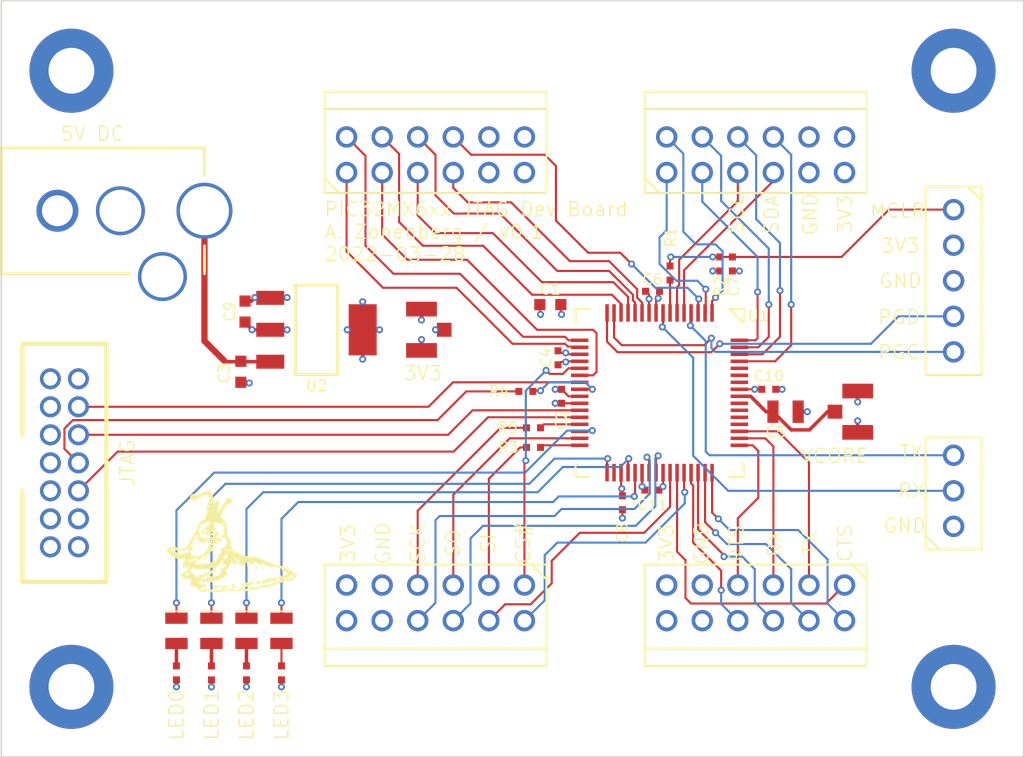
<source format=kicad_pcb>
(kicad_pcb (version 20211014) (generator pcbnew)
  (layers (0 "F.Cu" signal) (1 "In1.Cu" signal) (2 "In2.Cu" signal) (31 "B.Cu" signal) (34 "B.Paste" user) (35 "F.Paste" user) (36 "B.SilkS" user "B.Silkscreen") (37 "F.SilkS" user "F.Silkscreen") (38 "B.Mask" user) (39 "F.Mask" user) (44 "Edge.Cuts" user))
  (net 0 "")
  (net 1 "/3V3")
  (net 2 "/GND")
  (net 3 "/5V0")
  (net 4 "/VCAP")
  (net 5 "/LED0")
  (net 6 "Net-(D1-Pad2)")
  (net 7 "/LED1")
  (net 8 "Net-(D2-Pad2)")
  (net 9 "/LED2")
  (net 10 "Net-(D3-Pad2)")
  (net 11 "/LED3")
  (net 12 "Net-(D4-Pad2)")
  (net 14 "/MCLR")
  (net 15 "/PGD")
  (net 16 "/PGC")
  (net 17 "/SPI_SCK")
  (net 18 "/GPIO3")
  (net 19 "/SPI_MISO")
  (net 20 "/SPI_MOSI")
  (net 21 "/SPI_CS_N")
  (net 22 "/GPIO0")
  (net 23 "/GPIO1")
  (net 24 "/GPIO2")
  (net 25 "/I2C_SDA")
  (net 26 "/GPIO9")
  (net 27 "/I2C_SCL")
  (net 28 "/GPIO5")
  (net 29 "/GPIO4")
  (net 30 "/GPIO6")
  (net 31 "/GPIO7")
  (net 32 "/GPIO8")
  (net 33 "/PUART_RTS")
  (net 34 "/GPIO13")
  (net 35 "/PUART_RXD")
  (net 36 "/PUART_TXD")
  (net 37 "/PUART_CTS")
  (net 38 "/GPIO10")
  (net 39 "/GPIO11")
  (net 40 "/GPIO12")
  (net 42 "/JTAG_TMS")
  (net 43 "/JTAG_TCK")
  (net 44 "/JTAG_TDO")
  (net 45 "/JTAG_TDI")
  (net 49 "/GPIO17")
  (net 50 "/GPIO21")
  (net 51 "/GPIO16")
  (net 52 "/GPIO15")
  (net 53 "/GPIO14")
  (net 54 "/GPIO18")
  (net 55 "/GPIO19")
  (net 56 "/GPIO20")
  (net 57 "/UART_RX")
  (net 58 "/UART_TX")
  (net 60 "/MCLR_EXT")
  (net 62 "Net-(R3-Pad2)")
  (net 63 "Net-(R4-Pad2)")
  (net 64 "Net-(R5-Pad2)")
  (footprint "azonenberg_pcb:EIA_0402_CAP_NOSILK" (layer "F.Cu") (at 86 101.25 90)
    (fp_text reference "C2")
    (fp_text value "0.47 uF" hide)
  )
  (footprint "azonenberg_pcb:CONN_HEADER_2.54MM_2x6_RA_PMOD_HOST" (layer "F.Cu") (at 99.86 116)
    (fp_text reference "J7" hide)
    (fp_text value "PMOD_HOST" hide)
  )
  (footprint "azonenberg_pcb:CONN_U.FL_TE_1909763-1" (layer "F.Cu") (at 76.1 96.5 90)
    (fp_text reference "J9" hide)
    (fp_text value "U.FL" hide)
  )
  (footprint "azonenberg_pcb:EIA_0402_CAP_NOSILK" (layer "F.Cu") (at 100.8 100.75)
    (fp_text reference "C10")
    (fp_text value "0.47 uF" hide)
  )
  (footprint "azonenberg_pcb:EIA_0402_CAP_NOSILK" (layer "F.Cu") (at 85.75 98.5 -90)
    (fp_text reference "C4")
    (fp_text value "0.47 uF" hide)
  )
  (footprint "azonenberg_pcb:EIA_0402_RES_NOSILK" (layer "F.Cu") (at 63.5 121 90)
    (fp_text reference "R8" hide)
    (fp_text value "470" hide)
  )
  (footprint "azonenberg_pcb:EIA_0402_CAP_NOSILK" (layer "F.Cu") (at 90.35 108.85 -90)
    (fp_text reference "C8")
    (fp_text value "0.47 uF" hide)
  )
  (footprint "azonenberg_pcb:CONN_HEADER_2.54MM_2x6_RA_PMOD_HOST" (layer "F.Cu") (at 77 84 180)
    (fp_text reference "J4" hide)
    (fp_text value "PMOD_HOST" hide)
  )
  (footprint "azonenberg_pcb:MECHANICAL_CLEARANCEHOLE_4_40" (layer "F.Cu") (at 114 78)
    (fp_text reference "REF**" hide)
    (fp_text value "MECHANICAL_CLEARANCEHOLE_4_40")
  )
  (footprint "azonenberg_pcb:MECHANICAL_CLEARANCEHOLE_4_40" (layer "F.Cu") (at 51 122)
    (fp_text reference "REF**" hide)
    (fp_text value "MECHANICAL_CLEARANCEHOLE_4_40")
  )
  (footprint "azonenberg_pcb:EIA_0402_RES_NOSILK" (layer "F.Cu") (at 84 104.9)
    (fp_text reference "R3")
    (fp_text value "33" hide)
  )
  (footprint "azonenberg_pcb:EIA_0805_CAP_NOSILK" (layer "F.Cu") (at 102 102.35)
    (fp_text reference "C5")
    (fp_text value "10 uF" hide)
  )
  (footprint "azonenberg_pcb:MECHANICAL_CLEARANCEHOLE_4_40" (layer "F.Cu") (at 114 122)
    (fp_text reference "REF**" hide)
    (fp_text value "MECHANICAL_CLEARANCEHOLE_4_40")
  )
  (footprint "azonenberg_pcb:EIA_0805_LED" (layer "F.Cu") (at 66 118 -90)
    (fp_text reference "D4" hide)
    (fp_text value "GREEN" hide)
  )
  (footprint "azonenberg_pcb:CONN_U.FL_TE_1909763-1" (layer "F.Cu") (at 107.05 102.35 -90)
    (fp_text reference "J10" hide)
    (fp_text value "U.FL" hide)
  )
  (footprint "azonenberg_pcb:EIA_0402_RES_NOSILK" (layer "F.Cu") (at 66 121 90)
    (fp_text reference "R9" hide)
    (fp_text value "470" hide)
  )
  (footprint "azonenberg_pcb:EIA_0603_CAP_NOSILK" (layer "F.Cu") (at 63.4 95.2 90)
    (fp_text reference "C9")
    (fp_text value "4.7 uF" hide)
  )
  (footprint "azonenberg_pcb:EIA_0402_RES_NOSILK" (layer "F.Cu") (at 84 103.5)
    (fp_text reference "R5")
    (fp_text value "33" hide)
  )
  (footprint "azonenberg_pcb:EIA_0603_CAP_NOSILK" (layer "F.Cu") (at 85.2 94.7)
    (fp_text reference "C1")
    (fp_text value "4.7 uF" hide)
  )
  (footprint "azonenberg_pcb:EIA_0402_RES_NOSILK" (layer "F.Cu") (at 97.3 91.8 90)
    (fp_text reference "R2")
    (fp_text value "10K" hide)
  )
  (footprint "azonenberg_pcb:CONN_HEADER_2.54MM_1x5" (layer "F.Cu") (at 114 93 -90)
    (fp_text reference "J2" hide)
    (fp_text value "CONN_01X05" hide)
  )
  (footprint "azonenberg_pcb:EIA_0402_CAP_NOSILK" (layer "F.Cu") (at 92.5 93.75)
    (fp_text reference "C6")
    (fp_text value "0.47 uF" hide)
  )
  (footprint "azonenberg_pcb:XILINX_JTAG_PTH_MOLEX_0878311420" (layer "F.Cu") (at 50.5 106 -90)
    (fp_text reference "J6" hide)
    (fp_text value "XILINX_JTAG" hide)
  )
  (footprint "azonenberg_pcb:EIA_0402_RES_NOSILK" (layer "F.Cu") (at 61 121 90)
    (fp_text reference "R7" hide)
    (fp_text value "470" hide)
  )
  (footprint "azonenberg_pcb:EIA_0402_CAP_NOSILK" (layer "F.Cu") (at 92.45 107.95)
    (fp_text reference "C11")
    (fp_text value "0.47 uF" hide)
  )
  (footprint "azonenberg_pcb:EIA_0805_LED" (layer "F.Cu") (at 63.5 118 -90)
    (fp_text reference "D3" hide)
    (fp_text value "GREEN" hide)
  )
  (footprint "azonenberg_pcb:EIA_0805_LED" (layer "F.Cu") (at 61 118 -90)
    (fp_text reference "D2" hide)
    (fp_text value "GREEN" hide)
  )
  (footprint "azonenberg_pcb:QFP_64_0.5MM" (layer "F.Cu") (at 93 101 180)
    (fp_text reference "U1")
    (fp_text value "PIC32MX6xxFxxxH" hide)
  )
  (footprint "azonenberg_pcb:EIA_0603_CAP_NOSILK" (layer "F.Cu") (at 63.1 99.5 -90)
    (fp_text reference "C3")
    (fp_text value "4.7 uF" hide)
  )
  (footprint "azonenberg_pcb:CONN_CUI_PJ-058BH_HIPWR_BARREL_NOSLOT" (layer "F.Cu") (at 54 88)
    (fp_text reference "J1" hide)
    (fp_text value "BARREL_JACK" hide)
  )
  (footprint "azonenberg_pcb:CONN_HEADER_2.54MM_2x6_RA_PMOD_HOST" (layer "F.Cu") (at 77 116)
    (fp_text reference "J3" hide)
    (fp_text value "PMOD_HOST" hide)
  )
  (footprint "azonenberg_pcb:EIA_0402_CAP_NOSILK" (layer "F.Cu") (at 98.2 91.8 -90)
    (fp_text reference "C7")
    (fp_text value "0.1 uF" hide)
  )
  (footprint "azonenberg_pcb:SOT223-4" (layer "F.Cu") (at 68.5 96.5 -90)
    (fp_text reference "U2")
    (fp_text value "LDO1117-33_SOT223" hide)
  )
  (footprint "azonenberg_pcb:EIA_0402_RES_NOSILK" (layer "F.Cu") (at 93.75 92.45 90)
    (fp_text reference "R1")
    (fp_text value "470" hide)
  )
  (footprint "azonenberg_pcb:CONN_HEADER_2.54MM_2x6_RA_PMOD_HOST" (layer "F.Cu") (at 99.86 84 180)
    (fp_text reference "J5" hide)
    (fp_text value "PMOD_HOST" hide)
  )
  (footprint "azonenberg_pcb:LONGTHING-1200DPI" (layer "F.Cu") (at 63 112)
    (fp_text reference "G***" hide)
    (fp_text value "LOGO" hide)
  )
  (footprint "azonenberg_pcb:EIA_0402_RES_NOSILK" (layer "F.Cu") (at 83.45 100.9)
    (fp_text reference "R4")
    (fp_text value "33" hide)
  )
  (footprint "azonenberg_pcb:EIA_0402_RES_NOSILK" (layer "F.Cu") (at 58.5 121 90)
    (fp_text reference "R6" hide)
    (fp_text value "470" hide)
  )
  (footprint "azonenberg_pcb:MECHANICAL_CLEARANCEHOLE_4_40" (layer "F.Cu") (at 51 78)
    (fp_text reference "REF**" hide)
    (fp_text value "MECHANICAL_CLEARANCEHOLE_4_40")
  )
  (footprint "azonenberg_pcb:EIA_0805_LED" (layer "F.Cu") (at 58.5 118 -90)
    (fp_text reference "D1" hide)
    (fp_text value "GREEN" hide)
  )
  (footprint "azonenberg_pcb:CONN_HEADER_2.54MM_1x3" (layer "F.Cu") (at 114 108 90)
    (fp_text reference "J8" hide)
    (fp_text value "CONN_01X03" hide)
  )
  (gr_line (start 46 73) (end 46 127) (layer "Edge.Cuts") (width 0.1))
  (gr_line (start 46 127) (end 119 127) (layer "Edge.Cuts") (width 0.1))
  (gr_line (start 119 127) (end 119 73) (layer "Edge.Cuts") (width 0.1))
  (gr_line (start 46 73) (end 119 73) (layer "Edge.Cuts") (width 0.1))
  (gr_text "LED3" (at 66 124 90) (layer "F.SilkS") (effects (font (size 1 1) (thickness 0.1))))
  (gr_text "3V3" (at 106.25 88.25 90) (layer "F.SilkS") (effects (font (size 1 1) (thickness 0.1))))
  (gr_text "PIC32MX6xx JTAG Dev Board\nA. Zonenberg / v0.1\n2022-03-28" (at 69 89.5) (layer "F.SilkS") (effects (font (size 1 1) (thickness 0.1)) (justify left)))
  (gr_text "PGC" (at 110.1 98.1) (layer "F.SilkS") (effects (font (size 1 1) (thickness 0.1))))
  (gr_text "SCK" (at 75.75 111.75 90) (layer "F.SilkS") (effects (font (size 1 1) (thickness 0.1))))
  (gr_text "LED2" (at 63.5 124 90) (layer "F.SilkS") (effects (font (size 1 1) (thickness 0.1))))
  (gr_text "VCORE" (at 105.5 105.5) (layer "F.SilkS") (effects (font (size 1 1) (thickness 0.1))))
  (gr_text "CTS" (at 106.25 111.75 90) (layer "F.SilkS") (effects (font (size 1 1) (thickness 0.1))))
  (gr_text "GND" (at 103.75 88.25 90) (layer "F.SilkS") (effects (font (size 1 1) (thickness 0.1))))
  (gr_text "3V3" (at 93.5 111.75 90) (layer "F.SilkS") (effects (font (size 1 1) (thickness 0.1))))
  (gr_text "CS#" (at 83.25 111.75 90) (layer "F.SilkS") (effects (font (size 1 1) (thickness 0.1))))
  (gr_text "GND" (at 110.5 110.5) (layer "F.SilkS") (effects (font (size 1 1) (thickness 0.1))))
  (gr_text "SO" (at 78.25 111.75 90) (layer "F.SilkS") (effects (font (size 1 1) (thickness 0.1))))
  (gr_text "3V3" (at 76.1 99.6) (layer "F.SilkS") (effects (font (size 1 1) (thickness 0.1))))
  (gr_text "GND" (at 96 111.75 90) (layer "F.SilkS") (effects (font (size 1 1) (thickness 0.1))))
  (gr_text "LED0" (at 58.5 124 90) (layer "F.SilkS") (effects (font (size 1 1) (thickness 0.1))))
  (gr_text "TX" (at 103.75 111.75 90) (layer "F.SilkS") (effects (font (size 1 1) (thickness 0.1))))
  (gr_text "GND" (at 73.25 111.75 90) (layer "F.SilkS") (effects (font (size 1 1) (thickness 0.1))))
  (gr_text "JTAG" (at 55 106 90) (layer "F.SilkS") (effects (font (size 1 1) (thickness 0.1))))
  (gr_text "RX" (at 101.25 111.75 90) (layer "F.SilkS") (effects (font (size 1 1) (thickness 0.1))))
  (gr_text "GND" (at 110.2 93) (layer "F.SilkS") (effects (font (size 1 1) (thickness 0.1))))
  (gr_text "LED1" (at 61 124 90) (layer "F.SilkS") (effects (font (size 1 1) (thickness 0.1))))
  (gr_text "SI" (at 80.75 111.75 90) (layer "F.SilkS") (effects (font (size 1 1) (thickness 0.1))))
  (gr_text "RX" (at 111 108) (layer "F.SilkS") (effects (font (size 1 1) (thickness 0.1))))
  (gr_text "TX" (at 111 105.25) (layer "F.SilkS") (effects (font (size 1 1) (thickness 0.1))))
  (gr_text "MCLR" (at 110 88) (layer "F.SilkS") (effects (font (size 1 1) (thickness 0.1))))
  (gr_text "5V DC" (at 52.5 82.5) (layer "F.SilkS") (effects (font (size 1 1) (thickness 0.1))))
  (gr_text "SDA" (at 101 88.25 90) (layer "F.SilkS") (effects (font (size 1 1) (thickness 0.1))))
  (gr_text "PGD" (at 110.1 95.6) (layer "F.SilkS") (effects (font (size 1 1) (thickness 0.1))))
  (gr_text "3V3" (at 70.75 111.75 90) (layer "F.SilkS") (effects (font (size 1 1) (thickness 0.1))))
  (gr_text "RTS" (at 98.5 111.75 90) (layer "F.SilkS") (effects (font (size 1 1) (thickness 0.1))))
  (gr_text "3V3" (at 110.2 90.5) (layer "F.SilkS") (effects (font (size 1 1) (thickness 0.1))))
  (gr_text "SCL" (at 98.5 88.25 90) (layer "F.SilkS") (effects (font (size 1 1) (thickness 0.1))))
  (segment (start 63.4 95.95) (end 63.4 96) (width 0.25) (layer "F.Cu") (net 1))
  (segment (start 91.75 106.7) (end 91.75 107.7) (width 0.15) (layer "F.Cu") (net 1))
  (segment (start 92.25 94.3) (end 92.25 94) (width 0.15) (layer "F.Cu") (net 1))
  (segment (start 91.75 107.7) (end 91.75 107.75) (width 0.15) (layer "F.Cu") (net 1))
  (segment (start 85.9 98.15) (end 85.75 98) (width 0.15) (layer "F.Cu") (net 1))
  (segment (start 87.3 101.75) (end 85.55 101.75) (width 0.15) (layer "F.Cu") (net 1))
  (segment (start 98.7 100.75) (end 99.8 100.75) (width 0.15) (layer "F.Cu") (net 1))
  (segment (start 70.7 96.5) (end 71.8 96.5) (width 0.25) (layer "F.Cu") (net 1))
  (segment (start 90.25 107.8) (end 90.3 107.85) (width 0.15) (layer "F.Cu") (net 1))
  (segment (start 86.4 98.25) (end 86.3 98.15) (width 0.15) (layer "F.Cu") (net 1))
  (segment (start 61 122) (end 61 121.5) (width 0.25) (layer "F.Cu") (net 1))
  (segment (start 77.625 96.5) (end 77 96.5) (width 0.25) (layer "F.Cu") (net 1))
  (segment (start 71.8 96.5) (end 73 96.5) (width 0.25) (layer "F.Cu") (net 1))
  (segment (start 90.25 106.7) (end 90.25 107.8) (width 0.15) (layer "F.Cu") (net 1))
  (segment (start 90.35 107.9) (end 90.3 107.85) (width 0.15) (layer "F.Cu") (net 1))
  (segment (start 58.5 122) (end 58.5 121.5) (width 0.25) (layer "F.Cu") (net 1))
  (segment (start 71.8 96.5) (end 71.8 98.6) (width 0.25) (layer "F.Cu") (net 1))
  (segment (start 66 121.5) (end 66 122) (width 0.25) (layer "F.Cu") (net 1))
  (segment (start 84.45 95.35) (end 84.5 95.4) (width 0.15) (layer "F.Cu") (net 1))
  (segment (start 71.8 94.5) (end 71.8 96.5) (width 0.25) (layer "F.Cu") (net 1))
  (segment (start 87.3 98.25) (end 86.4 98.25) (width 0.15) (layer "F.Cu") (net 1))
  (segment (start 87.3 101.75) (end 86 101.75) (width 0.15) (layer "F.Cu") (net 1))
  (segment (start 63.5 122) (end 63.5 121.5) (width 0.25) (layer "F.Cu") (net 1))
  (segment (start 63.9 96.5) (end 65.2 96.5) (width 0.25) (layer "F.Cu") (net 1))
  (segment (start 86.3 98.15) (end 85.9 98.15) (width 0.15) (layer "F.Cu") (net 1))
  (segment (start 84.45 94.7) (end 84.45 95.35) (width 0.15) (layer "F.Cu") (net 1))
  (segment (start 91.75 107.75) (end 91.95 107.95) (width 0.15) (layer "F.Cu") (net 1))
  (segment (start 100.3 100.75) (end 99.8 100.75) (width 0.15) (layer "F.Cu") (net 1))
  (segment (start 65.2 96.5) (end 66.4 96.5) (width 0.25) (layer "F.Cu") (net 1))
  (segment (start 90.35 108.35) (end 90.35 107.9) (width 0.15) (layer "F.Cu") (net 1))
  (segment (start 92.25 94) (end 92 93.75) (width 0.15) (layer "F.Cu") (net 1))
  (segment (start 92.25 95.3) (end 92.25 94.3) (width 0.15) (layer "F.Cu") (net 1))
  (segment (start 97.3 92.3) (end 96.8 92.3) (width 0.15) (layer "F.Cu") (net 1))
  (segment (start 63.4 96) (end 63.9 96.5) (width 0.25) (layer "F.Cu") (net 1))
  (via (at 73 96.5) (size 0.5) (drill 0.25) (layers "F.Cu" "B.Cu") (net 1))
  (via (at 63.9 96.5) (size 0.5) (drill 0.25) (layers "F.Cu" "B.Cu") (net 1))
  (via (at 96.8 92.3) (size 0.5) (drill 0.25) (layers "F.Cu" "B.Cu") (net 1))
  (via (at 85.55 101.75) (size 0.5) (drill 0.25) (layers "F.Cu" "B.Cu") (net 1))
  (via (at 99.8 100.75) (size 0.5) (drill 0.25) (layers "F.Cu" "B.Cu") (net 1))
  (via (at 66 122) (size 0.5) (drill 0.25) (layers "F.Cu" "B.Cu") (net 1))
  (via (at 71.8 94.5) (size 0.5) (drill 0.25) (layers "F.Cu" "B.Cu") (net 1))
  (via (at 61 122) (size 0.5) (drill 0.25) (layers "F.Cu" "B.Cu") (net 1))
  (via (at 91.75 107.7) (size 0.5) (drill 0.25) (layers "F.Cu" "B.Cu") (net 1))
  (via (at 90.3 107.85) (size 0.5) (drill 0.25) (layers "F.Cu" "B.Cu") (net 1))
  (via (at 77 96.5) (size 0.5) (drill 0.25) (layers "F.Cu" "B.Cu") (net 1))
  (via (at 70.7 96.5) (size 0.5) (drill 0.25) (layers "F.Cu" "B.Cu") (net 1))
  (via (at 66.4 96.5) (size 0.5) (drill 0.25) (layers "F.Cu" "B.Cu") (net 1))
  (via (at 71.8 98.6) (size 0.5) (drill 0.25) (layers "F.Cu" "B.Cu") (net 1))
  (via (at 92.25 94.3) (size 0.5) (drill 0.25) (layers "F.Cu" "B.Cu") (net 1))
  (via (at 84.5 95.4) (size 0.5) (drill 0.25) (layers "F.Cu" "B.Cu") (net 1))
  (via (at 63.5 122) (size 0.5) (drill 0.25) (layers "F.Cu" "B.Cu") (net 1))
  (via (at 86.3 98.15) (size 0.5) (drill 0.25) (layers "F.Cu" "B.Cu") (net 1))
  (via (at 58.5 122) (size 0.5) (drill 0.25) (layers "F.Cu" "B.Cu") (net 1))
  (segment (start 107.15 103) (end 107.15 103.825) (width 0.25) (layer "F.Cu") (net 2))
  (segment (start 66.4 94.2) (end 65.22 94.2) (width 0.25) (layer "F.Cu") (net 2))
  (segment (start 86.5 101.25) (end 86 100.75) (width 0.15) (layer "F.Cu") (net 2))
  (segment (start 85.95 95.35) (end 86 95.4) (width 0.15) (layer "F.Cu") (net 2))
  (segment (start 86 100.75) (end 85.55 100.75) (width 0.15) (layer "F.Cu") (net 2))
  (segment (start 98.2 92.3) (end 98.7 92.3) (width 0.15) (layer "F.Cu") (net 2))
  (segment (start 90.35 109.95) (end 90.35 109.35) (width 0.15) (layer "F.Cu") (net 2))
  (segment (start 63.4 94.45) (end 63.85 94.45) (width 0.25) (layer "F.Cu") (net 2))
  (segment (start 86.3 98.8) (end 85.95 98.8) (width 0.15) (layer "F.Cu") (net 2))
  (segment (start 92.75 94.4) (end 92.9 94.25) (width 0.15) (layer "F.Cu") (net 2))
  (segment (start 63.85 94.45) (end 64.1 94.2) (width 0.25) (layer "F.Cu") (net 2))
  (segment (start 85.95 94.7) (end 85.95 95.35) (width 0.15) (layer "F.Cu") (net 2))
  (segment (start 93.25 107.7) (end 93.2 107.7) (width 0.15) (layer "F.Cu") (net 2))
  (segment (start 92.75 95.3) (end 92.75 94.4) (width 0.15) (layer "F.Cu") (net 2))
  (segment (start 85.95 98.8) (end 85.75 99) (width 0.15) (layer "F.Cu") (net 2))
  (segment (start 93.25 106.7) (end 93.25 107.7) (width 0.15) (layer "F.Cu") (net 2))
  (segment (start 65.2 94.22) (end 64.12 94.22) (width 0.25) (layer "F.Cu") (net 2))
  (segment (start 65.22 94.2) (end 65.2 94.22) (width 0.25) (layer "F.Cu") (net 2))
  (segment (start 107.15 100.875) (end 107.15 101.65) (width 0.25) (layer "F.Cu") (net 2))
  (segment (start 101.3 100.75) (end 101.75 100.75) (width 0.15) (layer "F.Cu") (net 2))
  (segment (start 87.3 98.75) (end 86.35 98.75) (width 0.15) (layer "F.Cu") (net 2))
  (segment (start 102.9 102.35) (end 103.55 102.35) (width 0.25) (layer "F.Cu") (net 2))
  (segment (start 93 93.75) (end 93 94.15) (width 0.15) (layer "F.Cu") (net 2))
  (segment (start 63.1 100.25) (end 63.65 100.25) (width 0.25) (layer "F.Cu") (net 2))
  (segment (start 93.2 107.7) (end 92.95 107.95) (width 0.15) (layer "F.Cu") (net 2))
  (segment (start 76 97.975) (end 76 97.2) (width 0.25) (layer "F.Cu") (net 2))
  (segment (start 64.12 94.22) (end 64.1 94.2) (width 0.25) (layer "F.Cu") (net 2))
  (segment (start 93 94.15) (end 92.9 94.25) (width 0.15) (layer "F.Cu") (net 2))
  (segment (start 87.3 101.25) (end 86.5 101.25) (width 0.15) (layer "F.Cu") (net 2))
  (segment (start 63.65 100.25) (end 63.7 100.3) (width 0.25) (layer "F.Cu") (net 2))
  (segment (start 86.35 98.75) (end 86.3 98.8) (width 0.15) (layer "F.Cu") (net 2))
  (segment (start 76 95.8) (end 76 95.025) (width 0.25) (layer "F.Cu") (net 2))
  (via (at 98.7 92.3) (size 0.5) (drill 0.25) (layers "F.Cu" "B.Cu") (net 2))
  (via (at 85.55 100.75) (size 0.5) (drill 0.25) (layers "F.Cu" "B.Cu") (net 2))
  (via (at 66.4 94.2) (size 0.5) (drill 0.25) (layers "F.Cu" "B.Cu") (net 2))
  (via (at 76 97.2) (size 0.5) (drill 0.25) (layers "F.Cu" "B.Cu") (net 2))
  (via (at 101.75 100.75) (size 0.5) (drill 0.25) (layers "F.Cu" "B.Cu") (net 2))
  (via (at 86 95.4) (size 0.5) (drill 0.25) (layers "F.Cu" "B.Cu") (net 2))
  (via (at 64.1 94.2) (size 0.5) (drill 0.25) (layers "F.Cu" "B.Cu") (net 2))
  (via (at 63.7 100.3) (size 0.5) (drill 0.25) (layers "F.Cu" "B.Cu") (net 2))
  (via (at 93.25 107.7) (size 0.5) (drill 0.25) (layers "F.Cu" "B.Cu") (net 2))
  (via (at 90.35 109.95) (size 0.5) (drill 0.25) (layers "F.Cu" "B.Cu") (net 2))
  (via (at 76 95.8) (size 0.5) (drill 0.25) (layers "F.Cu" "B.Cu") (net 2))
  (via (at 86.3 98.8) (size 0.5) (drill 0.25) (layers "F.Cu" "B.Cu") (net 2))
  (via (at 92.9 94.25) (size 0.5) (drill 0.25) (layers "F.Cu" "B.Cu") (net 2))
  (via (at 107.15 103) (size 0.5) (drill 0.25) (layers "F.Cu" "B.Cu") (net 2))
  (via (at 107.15 101.65) (size 0.5) (drill 0.25) (layers "F.Cu" "B.Cu") (net 2))
  (via (at 103.55 102.35) (size 0.5) (drill 0.25) (layers "F.Cu" "B.Cu") (net 2))
  (segment (start 60.5 88) (end 60.5 97.3) (width 0.45) (layer "F.Cu") (net 3))
  (segment (start 61.98 98.78) (end 61.9 98.7) (width 0.25) (layer "F.Cu") (net 3))
  (segment (start 65.2 98.78) (end 61.98 98.78) (width 0.25) (layer "F.Cu") (net 3))
  (segment (start 60.5 97.3) (end 61.9 98.7) (width 0.45) (layer "F.Cu") (net 3))
  (segment (start 102.4 103.65) (end 101.1 102.35) (width 0.25) (layer "F.Cu") (net 4))
  (segment (start 100.6 102.35) (end 101.1 102.35) (width 0.25) (layer "F.Cu") (net 4))
  (segment (start 103.7 103.65) (end 102.4 103.65) (width 0.25) (layer "F.Cu") (net 4))
  (segment (start 99.5 101.25) (end 100.6 102.35) (width 0.25) (layer "F.Cu") (net 4))
  (segment (start 98.7 101.25) (end 99.5 101.25) (width 0.25) (layer "F.Cu") (net 4))
  (segment (start 105.525 102.35) (end 105 102.35) (width 0.25) (layer "F.Cu") (net 4))
  (segment (start 105 102.35) (end 103.7 103.65) (width 0.25) (layer "F.Cu") (net 4))
  (segment (start 88.15 103.75) (end 88.2 103.7) (width 0.15) (layer "F.Cu") (net 5))
  (segment (start 58.5 116) (end 58.5 117.1) (width 0.15) (layer "F.Cu") (net 5))
  (segment (start 87.3 103.75) (end 88.15 103.75) (width 0.15) (layer "F.Cu") (net 5))
  (via (at 58.5 116) (size 0.5) (drill 0.25) (layers "F.Cu" "B.Cu") (net 5))
  (via (at 88.2 103.7) (size 0.5) (drill 0.25) (layers "F.Cu" "B.Cu") (net 5))
  (segment (start 58.5 109.4) (end 58.5 116) (width 0.15) (layer "B.Cu") (net 5))
  (segment (start 61.2 106.7) (end 58.5 109.4) (width 0.15) (layer "B.Cu") (net 5))
  (segment (start 83.4 106.7) (end 64.4 106.7) (width 0.15) (layer "B.Cu") (net 5))
  (segment (start 83.7 106.4) (end 83.4 106.7) (width 0.15) (layer "B.Cu") (net 5))
  (segment (start 88.2 103.7) (end 86.4 103.7) (width 0.15) (layer "B.Cu") (net 5))
  (segment (start 64.4 106.7) (end 61.2 106.7) (width 0.15) (layer "B.Cu") (net 5))
  (segment (start 86.4 103.7) (end 83.7 106.4) (width 0.15) (layer "B.Cu") (net 5))
  (segment (start 58.5 120.5) (end 58.5 118.9) (width 0.25) (layer "F.Cu") (net 6))
  (segment (start 89.25 106.7) (end 89.25 105.75) (width 0.15) (layer "F.Cu") (net 7))
  (segment (start 61 116) (end 61 117.1) (width 0.15) (layer "F.Cu") (net 7))
  (segment (start 89.25 105.75) (end 89.3 105.7) (width 0.15) (layer "F.Cu") (net 7))
  (via (at 89.3 105.7) (size 0.5) (drill 0.25) (layers "F.Cu" "B.Cu") (net 7))
  (via (at 61 116) (size 0.5) (drill 0.25) (layers "F.Cu" "B.Cu") (net 7))
  (segment (start 62 107.5) (end 61 108.5) (width 0.15) (layer "B.Cu") (net 7))
  (segment (start 61 108.5) (end 61 116) (width 0.15) (layer "B.Cu") (net 7))
  (segment (start 85.1 106.1) (end 83.7 107.5) (width 0.15) (layer "B.Cu") (net 7))
  (segment (start 83.7 107.5) (end 81.5 107.5) (width 0.15) (layer "B.Cu") (net 7))
  (segment (start 81.5 107.5) (end 62 107.5) (width 0.15) (layer "B.Cu") (net 7))
  (segment (start 85.5 105.7) (end 85.1 106.1) (width 0.15) (layer "B.Cu") (net 7))
  (segment (start 89.3 105.7) (end 85.5 105.7) (width 0.15) (layer "B.Cu") (net 7))
  (segment (start 61 118.9) (end 61 120.5) (width 0.25) (layer "F.Cu") (net 8))
  (segment (start 90.75 106.7) (end 90.75 105.75) (width 0.15) (layer "F.Cu") (net 9))
  (segment (start 90.75 105.75) (end 90.8 105.7) (width 0.15) (layer "F.Cu") (net 9))
  (segment (start 63.5 116) (end 63.5 117.1) (width 0.15) (layer "F.Cu") (net 9))
  (via (at 63.5 116) (size 0.5) (drill 0.25) (layers "F.Cu" "B.Cu") (net 9))
  (via (at 90.8 105.7) (size 0.5) (drill 0.25) (layers "F.Cu" "B.Cu") (net 9))
  (segment (start 90.8 105.7) (end 90.2 106.3) (width 0.15) (layer "B.Cu") (net 9))
  (segment (start 84.3 108.1) (end 83.2 108.1) (width 0.15) (layer "B.Cu") (net 9))
  (segment (start 90.2 106.3) (end 89.8 106.3) (width 0.15) (layer "B.Cu") (net 9))
  (segment (start 63.5 109.3) (end 63.5 116) (width 0.15) (layer "B.Cu") (net 9))
  (segment (start 86.1 106.3) (end 85.8 106.6) (width 0.15) (layer "B.Cu") (net 9))
  (segment (start 64.7 108.1) (end 63.6 109.2) (width 0.15) (layer "B.Cu") (net 9))
  (segment (start 83.2 108.1) (end 64.7 108.1) (width 0.15) (layer "B.Cu") (net 9))
  (segment (start 85.8 106.6) (end 84.3 108.1) (width 0.15) (layer "B.Cu") (net 9))
  (segment (start 63.6 109.2) (end 63.5 109.3) (width 0.15) (layer "B.Cu") (net 9))
  (segment (start 89.8 106.3) (end 86.1 106.3) (width 0.15) (layer "B.Cu") (net 9))
  (segment (start 63.5 118.9) (end 63.5 120.5) (width 0.25) (layer "F.Cu") (net 10))
  (segment (start 91.25 108.35) (end 91.2 108.4) (width 0.15) (layer "F.Cu") (net 11))
  (segment (start 66 116) (end 66 117.1) (width 0.15) (layer "F.Cu") (net 11))
  (segment (start 91.25 106.7) (end 91.25 108.35) (width 0.15) (layer "F.Cu") (net 11))
  (via (at 66 116) (size 0.5) (drill 0.25) (layers "F.Cu" "B.Cu") (net 11))
  (via (at 91.2 108.4) (size 0.5) (drill 0.25) (layers "F.Cu" "B.Cu") (net 11))
  (segment (start 85.8 108.4) (end 85.4 108.8) (width 0.15) (layer "B.Cu") (net 11))
  (segment (start 85.4 108.8) (end 83.5 108.8) (width 0.15) (layer "B.Cu") (net 11))
  (segment (start 91.2 108.4) (end 85.8 108.4) (width 0.15) (layer "B.Cu") (net 11))
  (segment (start 66 110) (end 66 116) (width 0.15) (layer "B.Cu") (net 11))
  (segment (start 67.2 108.8) (end 66.1 109.9) (width 0.15) (layer "B.Cu") (net 11))
  (segment (start 83.5 108.8) (end 67.2 108.8) (width 0.15) (layer "B.Cu") (net 11))
  (segment (start 66.1 109.9) (end 66 110) (width 0.15) (layer "B.Cu") (net 11))
  (segment (start 66 118.9) (end 66 120.5) (width 0.15) (layer "F.Cu") (net 12))
  (segment (start 93.75 95.3) (end 93.75 92.95) (width 0.15) (layer "F.Cu") (net 14))
  (segment (start 96.7 98.1) (end 90 98.1) (width 0.15) (layer "F.Cu") (net 15))
  (segment (start 89.25 97.35) (end 89.25 95.3) (width 0.15) (layer "F.Cu") (net 15))
  (segment (start 90 98.1) (end 89.25 97.35) (width 0.15) (layer "F.Cu") (net 15))
  (segment (start 97.3 97.5) (end 96.7 98.1) (width 0.15) (layer "F.Cu") (net 15))
  (via (at 97.3 97.5) (size 0.5) (drill 0.25) (layers "F.Cu" "B.Cu") (net 15))
  (segment (start 108.1 97.5) (end 108.5 97.1) (width 0.15) (layer "B.Cu") (net 15))
  (segment (start 97.3 97.5) (end 108.1 97.5) (width 0.15) (layer "B.Cu") (net 15))
  (segment (start 108.5 97.1) (end 110.06 95.54) (width 0.15) (layer "B.Cu") (net 15))
  (segment (start 110.06 95.54) (end 114 95.54) (width 0.15) (layer "B.Cu") (net 15))
  (segment (start 96.201023 97.6) (end 96.702046 97.098977) (width 0.15) (layer "F.Cu") (net 16))
  (segment (start 89.75 97.05) (end 90.3 97.6) (width 0.15) (layer "F.Cu") (net 16))
  (segment (start 90.3 97.6) (end 95.9 97.6) (width 0.15) (layer "F.Cu") (net 16))
  (segment (start 95.9 97.6) (end 96.201023 97.6) (width 0.15) (layer "F.Cu") (net 16))
  (segment (start 89.75 95.3) (end 89.75 97.05) (width 0.15) (layer "F.Cu") (net 16))
  (via (at 96.702046 97.098977) (size 0.5) (drill 0.25) (layers "F.Cu" "B.Cu") (net 16))
  (segment (start 96.702046 97.797954) (end 96.702046 97.098977) (width 0.15) (layer "B.Cu") (net 16))
  (segment (start 96.984092 98.08) (end 96.702046 97.797954) (width 0.15) (layer "B.Cu") (net 16))
  (segment (start 114 98.08) (end 96.984092 98.08) (width 0.15) (layer "B.Cu") (net 16))
  (segment (start 83.5 103.5) (end 81.65 103.5) (width 0.15) (layer "F.Cu") (net 17))
  (segment (start 81.65 103.5) (end 75.73 109.42) (width 0.15) (layer "F.Cu") (net 17))
  (segment (start 75.73 109.42) (end 75.73 114.73) (width 0.15) (layer "F.Cu") (net 17))
  (segment (start 92.25 105.75) (end 92.1 105.6) (width 0.15) (layer "F.Cu") (net 18))
  (segment (start 92.25 106.7) (end 92.25 105.75) (width 0.15) (layer "F.Cu") (net 18))
  (via (at 92.1 105.6) (size 0.5) (drill 0.25) (layers "F.Cu" "B.Cu") (net 18))
  (segment (start 77 116) (end 75.73 117.27) (width 0.15) (layer "B.Cu") (net 18))
  (segment (start 91.2 109.3) (end 86 109.3) (width 0.15) (layer "B.Cu") (net 18))
  (segment (start 92.3 105.8) (end 92.3 108.2) (width 0.15) (layer "B.Cu") (net 18))
  (segment (start 92.1 105.6) (end 92.3 105.8) (width 0.15) (layer "B.Cu") (net 18))
  (segment (start 85.5 109.8) (end 77.3 109.8) (width 0.15) (layer "B.Cu") (net 18))
  (segment (start 77 110.1) (end 77 116) (width 0.15) (layer "B.Cu") (net 18))
  (segment (start 86 109.3) (end 85.5 109.8) (width 0.15) (layer "B.Cu") (net 18))
  (segment (start 77.3 109.8) (end 77 110.1) (width 0.15) (layer "B.Cu") (net 18))
  (segment (start 92.3 108.2) (end 91.2 109.3) (width 0.15) (layer "B.Cu") (net 18))
  (segment (start 78.27 114.73) (end 78.27 108.28) (width 0.15) (layer "F.Cu") (net 19))
  (segment (start 82.3 104.25) (end 87.3 104.25) (width 0.15) (layer "F.Cu") (net 19))
  (segment (start 78.27 108.28) (end 82.3 104.25) (width 0.15) (layer "F.Cu") (net 19))
  (segment (start 80.81 107.14) (end 80.81 114.73) (width 0.15) (layer "F.Cu") (net 20))
  (segment (start 83.05 104.9) (end 80.81 107.14) (width 0.15) (layer "F.Cu") (net 20))
  (segment (start 83.5 104.9) (end 83.05 104.9) (width 0.15) (layer "F.Cu") (net 20))
  (segment (start 87.3 99.25) (end 86.5 99.25) (width 0.15) (layer "F.Cu") (net 21))
  (segment (start 86.1 99.65) (end 85.15 99.65) (width 0.15) (layer "F.Cu") (net 21))
  (segment (start 83.35 114.73) (end 83.35 105.95) (width 0.15) (layer "F.Cu") (net 21))
  (segment (start 86.5 99.25) (end 86.1 99.65) (width 0.15) (layer "F.Cu") (net 21))
  (segment (start 83.35 105.95) (end 83.45 105.85) (width 0.15) (layer "F.Cu") (net 21))
  (segment (start 85.15 99.65) (end 84.9 99.4) (width 0.15) (layer "F.Cu") (net 21))
  (via (at 84.9 99.4) (size 0.5) (drill 0.25) (layers "F.Cu" "B.Cu") (net 21))
  (via (at 83.45 105.85) (size 0.5) (drill 0.25) (layers "F.Cu" "B.Cu") (net 21))
  (segment (start 83.45 105.85) (end 83.45 100.85) (width 0.15) (layer "B.Cu") (net 21))
  (segment (start 83.45 100.85) (end 84.9 99.4) (width 0.15) (layer "B.Cu") (net 21))
  (segment (start 94.75 106.7) (end 94.75 108.05) (width 0.15) (layer "F.Cu") (net 22))
  (segment (start 94.75 108.05) (end 94.8 108.1) (width 0.15) (layer "F.Cu") (net 22))
  (via (at 94.8 108.1) (size 0.5) (drill 0.25) (layers "F.Cu" "B.Cu") (net 22))
  (segment (start 94.8 108.9) (end 92 111.7) (width 0.15) (layer "B.Cu") (net 22))
  (segment (start 84.8 112.6) (end 84.8 115.82) (width 0.15) (layer "B.Cu") (net 22))
  (segment (start 84.8 115.82) (end 83.35 117.27) (width 0.15) (layer "B.Cu") (net 22))
  (segment (start 85.7 111.7) (end 84.8 112.6) (width 0.15) (layer "B.Cu") (net 22))
  (segment (start 92 111.7) (end 85.7 111.7) (width 0.15) (layer "B.Cu") (net 22))
  (segment (start 94.8 108.1) (end 94.8 108.9) (width 0.15) (layer "B.Cu") (net 22))
  (segment (start 91.9 111) (end 93.75 109.15) (width 0.15) (layer "F.Cu") (net 23))
  (segment (start 93.75 109.15) (end 93.75 106.7) (width 0.15) (layer "F.Cu") (net 23))
  (segment (start 83.8 116.1) (end 85.3 114.6) (width 0.15) (layer "F.Cu") (net 23))
  (segment (start 85.3 113) (end 87.3 111) (width 0.15) (layer "F.Cu") (net 23))
  (segment (start 85.3 114.6) (end 85.3 113) (width 0.15) (layer "F.Cu") (net 23))
  (segment (start 87.3 111) (end 91.9 111) (width 0.15) (layer "F.Cu") (net 23))
  (segment (start 81.98 116.1) (end 83.8 116.1) (width 0.15) (layer "F.Cu") (net 23))
  (segment (start 80.81 117.27) (end 81.98 116.1) (width 0.15) (layer "F.Cu") (net 23))
  (segment (start 92.75 106.7) (end 92.75 105.65) (width 0.15) (layer "F.Cu") (net 24))
  (segment (start 92.75 105.65) (end 92.9 105.5) (width 0.15) (layer "F.Cu") (net 24))
  (via (at 92.9 105.5) (size 0.5) (drill 0.25) (layers "F.Cu" "B.Cu") (net 24))
  (segment (start 91.3 110.5) (end 92.2 109.6) (width 0.15) (layer "B.Cu") (net 24))
  (segment (start 92.2 109.6) (end 92.7 109.1) (width 0.15) (layer "B.Cu") (net 24))
  (segment (start 79.5 111.4) (end 80 110.9) (width 0.15) (layer "B.Cu") (net 24))
  (segment (start 82.1 110.5) (end 91.3 110.5) (width 0.15) (layer "B.Cu") (net 24))
  (segment (start 92.7 105.7) (end 92.9 105.5) (width 0.15) (layer "B.Cu") (net 24))
  (segment (start 79.5 115.4) (end 79.5 111.4) (width 0.15) (layer "B.Cu") (net 24))
  (segment (start 80 110.9) (end 80.4 110.5) (width 0.15) (layer "B.Cu") (net 24))
  (segment (start 79.5 116.04) (end 79.5 115.4) (width 0.15) (layer "B.Cu") (net 24))
  (segment (start 92.7 109.1) (end 92.7 107.9) (width 0.15) (layer "B.Cu") (net 24))
  (segment (start 78.27 117.27) (end 79.5 116.04) (width 0.15) (layer "B.Cu") (net 24))
  (segment (start 92.7 107.9) (end 92.7 105.7) (width 0.15) (layer "B.Cu") (net 24))
  (segment (start 80.4 110.5) (end 82.1 110.5) (width 0.15) (layer "B.Cu") (net 24))
  (segment (start 101.331728 85.668272) (end 101.331728 85.471728) (width 0.15) (layer "F.Cu") (net 25))
  (segment (start 94.75 95.3) (end 94.75 92.25) (width 0.15) (layer "F.Cu") (net 25))
  (segment (start 101.331728 85.471728) (end 101.13 85.27) (width 0.15) (layer "F.Cu") (net 25))
  (segment (start 94.75 92.25) (end 101.331728 85.668272) (width 0.15) (layer "F.Cu") (net 25))
  (segment (start 102.4 94.7) (end 102.4 97.6) (width 0.15) (layer "F.Cu") (net 26))
  (segment (start 102.4 97.6) (end 101.25 98.75) (width 0.15) (layer "F.Cu") (net 26))
  (segment (start 101.25 98.75) (end 98.7 98.75) (width 0.15) (layer "F.Cu") (net 26))
  (via (at 102.4 94.7) (size 0.5) (drill 0.25) (layers "F.Cu" "B.Cu") (net 26))
  (segment (start 101.13 82.73) (end 102.4 84) (width 0.15) (layer "B.Cu") (net 26))
  (segment (start 102.4 84.7) (end 102.4 94.7) (width 0.15) (layer "B.Cu") (net 26))
  (segment (start 102.4 84) (end 102.4 84.7) (width 0.15) (layer "B.Cu") (net 26))
  (segment (start 94.25 95.3) (end 94.25 93.45) (width 0.15) (layer "F.Cu") (net 27))
  (segment (start 98.59 87.31) (end 98.59 85.27) (width 0.15) (layer "F.Cu") (net 27))
  (segment (start 94.4 93.3) (end 94.4 91.5) (width 0.15) (layer "F.Cu") (net 27))
  (segment (start 94.25 93.45) (end 94.4 93.3) (width 0.15) (layer "F.Cu") (net 27))
  (segment (start 94.4 91.5) (end 98.59 87.31) (width 0.15) (layer "F.Cu") (net 27))
  (segment (start 100 93.8) (end 100 97.1) (width 0.15) (layer "F.Cu") (net 28))
  (segment (start 99.85 97.25) (end 100 97.1) (width 0.15) (layer "F.Cu") (net 28))
  (segment (start 98.7 97.25) (end 99.85 97.25) (width 0.15) (layer "F.Cu") (net 28))
  (via (at 100 93.8) (size 0.5) (drill 0.25) (layers "F.Cu" "B.Cu") (net 28))
  (segment (start 97.7 89) (end 100 91.3) (width 0.15) (layer "B.Cu") (net 28))
  (segment (start 100 91.3) (end 100 93.8) (width 0.15) (layer "B.Cu") (net 28))
  (segment (start 96.05 87.35) (end 97.7 89) (width 0.15) (layer "B.Cu") (net 28))
  (segment (start 96.05 85.27) (end 96.05 87.35) (width 0.15) (layer "B.Cu") (net 28))
  (segment (start 96.3 95.25) (end 96.25 95.3) (width 0.15) (layer "F.Cu") (net 29))
  (segment (start 96.3 93.6) (end 96.3 95.25) (width 0.15) (layer "F.Cu") (net 29))
  (via (at 96.3 93.6) (size 0.5) (drill 0.25) (layers "F.Cu" "B.Cu") (net 29))
  (segment (start 93 91.8) (end 93.2 92) (width 0.15) (layer "B.Cu") (net 29))
  (segment (start 95.3 93) (end 95.7 93) (width 0.15) (layer "B.Cu") (net 29))
  (segment (start 94.2 93) (end 95.3 93) (width 0.15) (layer "B.Cu") (net 29))
  (segment (start 95.7 93) (end 96.3 93.6) (width 0.15) (layer "B.Cu") (net 29))
  (segment (start 93.51 89.39) (end 93.51 85.27) (width 0.15) (layer "B.Cu") (net 29))
  (segment (start 93.2 92) (end 94.2 93) (width 0.15) (layer "B.Cu") (net 29))
  (segment (start 93 89.9) (end 93.51 89.39) (width 0.15) (layer "B.Cu") (net 29))
  (segment (start 93 89.9) (end 93 91.8) (width 0.15) (layer "B.Cu") (net 29))
  (segment (start 96.75 95.3) (end 96.75 94.45) (width 0.15) (layer "F.Cu") (net 30))
  (segment (start 96.75 94.45) (end 97 94.2) (width 0.15) (layer "F.Cu") (net 30))
  (via (at 97 94.2) (size 0.5) (drill 0.25) (layers "F.Cu" "B.Cu") (net 30))
  (segment (start 95.2 90) (end 95.6 90.4) (width 0.15) (layer "B.Cu") (net 30))
  (segment (start 94.7 83.92) (end 94.7 84.6) (width 0.15) (layer "B.Cu") (net 30))
  (segment (start 97.5 91.1) (end 97.5 93.7) (width 0.15) (layer "B.Cu") (net 30))
  (segment (start 94.7 89.5) (end 95.2 90) (width 0.15) (layer "B.Cu") (net 30))
  (segment (start 97 90.4) (end 97.5 90.9) (width 0.15) (layer "B.Cu") (net 30))
  (segment (start 97.5 90.9) (end 97.5 91.1) (width 0.15) (layer "B.Cu") (net 30))
  (segment (start 97.5 93.7) (end 97 94.2) (width 0.15) (layer "B.Cu") (net 30))
  (segment (start 95.6 90.4) (end 97 90.4) (width 0.15) (layer "B.Cu") (net 30))
  (segment (start 94.7 84.6) (end 94.7 89.5) (width 0.15) (layer "B.Cu") (net 30))
  (segment (start 93.51 82.73) (end 94.7 83.92) (width 0.15) (layer "B.Cu") (net 30))
  (segment (start 100.8 97) (end 100.8 94.7) (width 0.15) (layer "F.Cu") (net 31))
  (segment (start 100.05 97.75) (end 100.6 97.2) (width 0.15) (layer "F.Cu") (net 31))
  (segment (start 100.6 97.2) (end 100.8 97) (width 0.15) (layer "F.Cu") (net 31))
  (segment (start 98.7 97.75) (end 100.05 97.75) (width 0.15) (layer "F.Cu") (net 31))
  (via (at 100.8 94.7) (size 0.5) (drill 0.25) (layers "F.Cu" "B.Cu") (net 31))
  (segment (start 100.8 90.7) (end 97.4 87.3) (width 0.15) (layer "B.Cu") (net 31))
  (segment (start 97.4 87.3) (end 97.4 84.08) (width 0.15) (layer "B.Cu") (net 31))
  (segment (start 97.4 84.08) (end 96.05 82.73) (width 0.15) (layer "B.Cu") (net 31))
  (segment (start 100.8 94.7) (end 100.8 90.7) (width 0.15) (layer "B.Cu") (net 31))
  (segment (start 100.35 98.25) (end 98.7 98.25) (width 0.15) (layer "F.Cu") (net 32))
  (segment (start 101.6 93.7) (end 101.6 97) (width 0.15) (layer "F.Cu") (net 32))
  (segment (start 101.6 97) (end 100.35 98.25) (width 0.15) (layer "F.Cu") (net 32))
  (via (at 101.6 93.7) (size 0.5) (drill 0.25) (layers "F.Cu" "B.Cu") (net 32))
  (segment (start 100.8 89.5) (end 101.6 90.3) (width 0.15) (layer "B.Cu") (net 32))
  (segment (start 99.9 88.6) (end 100.8 89.5) (width 0.15) (layer "B.Cu") (net 32))
  (segment (start 99.9 84.04) (end 99.9 84.6) (width 0.15) (layer "B.Cu") (net 32))
  (segment (start 101.6 90.3) (end 101.6 93.7) (width 0.15) (layer "B.Cu") (net 32))
  (segment (start 99.9 84.6) (end 99.9 88.6) (width 0.15) (layer "B.Cu") (net 32))
  (segment (start 98.59 82.73) (end 99.9 84.04) (width 0.15) (layer "B.Cu") (net 32))
  (segment (start 100.05 105.15) (end 100.05 108.5) (width 0.15) (layer "F.Cu") (net 33))
  (segment (start 99.65 104.75) (end 100.05 105.15) (width 0.15) (layer "F.Cu") (net 33))
  (segment (start 98.7 104.75) (end 99.65 104.75) (width 0.15) (layer "F.Cu") (net 33))
  (segment (start 100.05 108.5) (end 98.59 109.96) (width 0.15) (layer "F.Cu") (net 33))
  (segment (start 98.59 109.96) (end 98.59 114.73) (width 0.15) (layer "F.Cu") (net 33))
  (segment (start 95.25 106.7) (end 95.25 107.475) (width 0.15) (layer "F.Cu") (net 34))
  (segment (start 95.4 111.7) (end 96.8 113.1) (width 0.15) (layer "F.Cu") (net 34))
  (segment (start 96.8 113.1) (end 97.4 113.7) (width 0.15) (layer "F.Cu") (net 34))
  (segment (start 95.4 108.2) (end 95.4 111.7) (width 0.15) (layer "F.Cu") (net 34))
  (segment (start 97.4 113.7) (end 97.4 115.1) (width 0.15) (layer "F.Cu") (net 34))
  (segment (start 95.4 107.625) (end 95.4 108.2) (width 0.15) (layer "F.Cu") (net 34))
  (segment (start 95.25 107.475) (end 95.4 107.625) (width 0.15) (layer "F.Cu") (net 34))
  (via (at 97.4 115.1) (size 0.5) (drill 0.25) (layers "F.Cu" "B.Cu") (net 34))
  (segment (start 97.4 115.1) (end 97.4 116.08) (width 0.15) (layer "B.Cu") (net 34))
  (segment (start 97.4 116.08) (end 98.59 117.27) (width 0.15) (layer "B.Cu") (net 34))
  (segment (start 100.55 104.25) (end 101.13 104.83) (width 0.15) (layer "F.Cu") (net 35))
  (segment (start 101.13 104.83) (end 101.13 114.73) (width 0.15) (layer "F.Cu") (net 35))
  (segment (start 98.7 104.25) (end 100.55 104.25) (width 0.15) (layer "F.Cu") (net 35))
  (segment (start 101.45 103.75) (end 103.67 105.97) (width 0.15) (layer "F.Cu") (net 36))
  (segment (start 103.67 105.97) (end 103.67 114.73) (width 0.15) (layer "F.Cu") (net 36))
  (segment (start 98.7 103.75) (end 101.45 103.75) (width 0.15) (layer "F.Cu") (net 36))
  (segment (start 94.25 112.35) (end 94.85 112.95) (width 0.15) (layer "F.Cu") (net 37))
  (segment (start 94.25 106.7) (end 94.25 112.35) (width 0.15) (layer "F.Cu") (net 37))
  (segment (start 94.85 112.95) (end 94.85 115.65) (width 0.15) (layer "F.Cu") (net 37))
  (segment (start 94.85 115.65) (end 95.25 116.05) (width 0.15) (layer "F.Cu") (net 37))
  (segment (start 104.89 116.05) (end 106.21 114.73) (width 0.15) (layer "F.Cu") (net 37))
  (segment (start 95.25 116.05) (end 104.89 116.05) (width 0.15) (layer "F.Cu") (net 37))
  (segment (start 96.75 109.55) (end 97.2 110) (width 0.15) (layer "F.Cu") (net 38))
  (segment (start 96.75 106.7) (end 96.75 109.55) (width 0.15) (layer "F.Cu") (net 38))
  (via (at 97.2 110) (size 0.5) (drill 0.25) (layers "F.Cu" "B.Cu") (net 38))
  (segment (start 97.2 110) (end 98 110.8) (width 0.15) (layer "B.Cu") (net 38))
  (segment (start 105 116.06) (end 106.21 117.27) (width 0.15) (layer "B.Cu") (net 38))
  (segment (start 102.9 110.8) (end 105 112.9) (width 0.15) (layer "B.Cu") (net 38))
  (segment (start 98 110.8) (end 102.9 110.8) (width 0.15) (layer "B.Cu") (net 38))
  (segment (start 105 112.9) (end 105 116.06) (width 0.15) (layer "B.Cu") (net 38))
  (segment (start 96.25 106.7) (end 96.25 110.2395) (width 0.15) (layer "F.Cu") (net 39))
  (segment (start 96.25 110.2395) (end 97 110.9895) (width 0.15) (layer "F.Cu") (net 39))
  (via (at 97 110.9895) (size 0.5) (drill 0.25) (layers "F.Cu" "B.Cu") (net 39))
  (segment (start 97.8105 111.8) (end 100.6 111.8) (width 0.15) (layer "B.Cu") (net 39))
  (segment (start 102.4 113.6) (end 102.4 116) (width 0.15) (layer "B.Cu") (net 39))
  (segment (start 97 110.9895) (end 97.8105 111.8) (width 0.15) (layer "B.Cu") (net 39))
  (segment (start 100.6 111.8) (end 102.4 113.6) (width 0.15) (layer "B.Cu") (net 39))
  (segment (start 102.4 116) (end 103.67 117.27) (width 0.15) (layer "B.Cu") (net 39))
  (segment (start 95.75 110.75) (end 97.2 112.2) (width 0.15) (layer "F.Cu") (net 40))
  (segment (start 95.75 106.7) (end 95.75 110.75) (width 0.15) (layer "F.Cu") (net 40))
  (segment (start 97.6 112.6) (end 97.6 112.7) (width 0.15) (layer "F.Cu") (net 40))
  (segment (start 97.2 112.2) (end 97.6 112.6) (width 0.15) (layer "F.Cu") (net 40))
  (via (at 97.6 112.7) (size 0.5) (drill 0.25) (layers "F.Cu" "B.Cu") (net 40))
  (segment (start 97.6 112.7) (end 98.9 112.7) (width 0.15) (layer "B.Cu") (net 40))
  (segment (start 99.8 113.6) (end 99.8 115.94) (width 0.15) (layer "B.Cu") (net 40))
  (segment (start 98.9 112.7) (end 99.8 113.6) (width 0.15) (layer "B.Cu") (net 40))
  (segment (start 99.8 115.94) (end 101.13 117.27) (width 0.15) (layer "B.Cu") (net 40))
  (segment (start 87.3 100.25) (end 78.25 100.25) (width 0.15) (layer "F.Cu") (net 42))
  (segment (start 78.25 100.25) (end 76.5 102) (width 0.15) (layer "F.Cu") (net 42))
  (segment (start 76.5 102) (end 51.5 102) (width 0.15) (layer "F.Cu") (net 42))
  (segment (start 87.3 102.25) (end 79.65 102.25) (width 0.15) (layer "F.Cu") (net 43))
  (segment (start 79.65 102.25) (end 77.9 104) (width 0.15) (layer "F.Cu") (net 43))
  (segment (start 77.9 104) (end 51.5 104) (width 0.15) (layer "F.Cu") (net 43))
  (segment (start 82.95 100.9) (end 79.2 100.9) (width 0.15) (layer "F.Cu") (net 44))
  (segment (start 50.5 103.55621) (end 50.5 105) (width 0.15) (layer "F.Cu") (net 44))
  (segment (start 50.5 105) (end 51.5 106) (width 0.15) (layer "F.Cu") (net 44))
  (segment (start 77.150489 102.949511) (end 51.106699 102.949511) (width 0.15) (layer "F.Cu") (net 44))
  (segment (start 79.2 100.9) (end 77.150489 102.949511) (width 0.15) (layer "F.Cu") (net 44))
  (segment (start 51.106699 102.949511) (end 50.5 103.55621) (width 0.15) (layer "F.Cu") (net 44))
  (segment (start 87.3 102.75) (end 80.75 102.75) (width 0.15) (layer "F.Cu") (net 45))
  (segment (start 80.75 102.75) (end 78.3 105.2) (width 0.15) (layer "F.Cu") (net 45))
  (segment (start 78.3 105.2) (end 54.3 105.2) (width 0.15) (layer "F.Cu") (net 45))
  (segment (start 54.3 105.2) (end 51.5 108) (width 0.15) (layer "F.Cu") (net 45))
  (segment (start 91.4 94.2) (end 91.4 93.6) (width 0.15) (layer "F.Cu") (net 49))
  (segment (start 79.3 87.4) (end 78.27 86.37) (width 0.15) (layer "F.Cu") (net 49))
  (segment (start 91.75 94.55) (end 91.4 94.2) (width 0.15) (layer "F.Cu") (net 49))
  (segment (start 91.4 93.6) (end 89.4 91.6) (width 0.15) (layer "F.Cu") (net 49))
  (segment (start 78.27 86.37) (end 78.27 85.27) (width 0.15) (layer "F.Cu") (net 49))
  (segment (start 86.6 91.6) (end 82.4 87.4) (width 0.15) (layer "F.Cu") (net 49))
  (segment (start 82.4 87.4) (end 79.3 87.4) (width 0.15) (layer "F.Cu") (net 49))
  (segment (start 91.75 95.3) (end 91.75 94.55) (width 0.15) (layer "F.Cu") (net 49))
  (segment (start 89.4 91.6) (end 86.6 91.6) (width 0.15) (layer "F.Cu") (net 49))
  (segment (start 95.75 94.35) (end 95.8 94.3) (width 0.15) (layer "F.Cu") (net 50))
  (segment (start 84.8 84) (end 85.6 84.8) (width 0.15) (layer "F.Cu") (net 50))
  (segment (start 78.27 82.73) (end 79.54 84) (width 0.15) (layer "F.Cu") (net 50))
  (segment (start 90.2 91) (end 91 91.8) (width 0.15) (layer "F.Cu") (net 50))
  (segment (start 87.9 91) (end 90.2 91) (width 0.15) (layer "F.Cu") (net 50))
  (segment (start 85.6 84.8) (end 85.6 88.7) (width 0.15) (layer "F.Cu") (net 50))
  (segment (start 79.54 84) (end 84.8 84) (width 0.15) (layer "F.Cu") (net 50))
  (segment (start 95.75 95.3) (end 95.75 94.35) (width 0.15) (layer "F.Cu") (net 50))
  (segment (start 85.6 88.7) (end 87.9 91) (width 0.15) (layer "F.Cu") (net 50))
  (via (at 95.8 94.3) (size 0.5) (drill 0.25) (layers "F.Cu" "B.Cu") (net 50))
  (via (at 91 91.8) (size 0.5) (drill 0.25) (layers "F.Cu" "B.Cu") (net 50))
  (segment (start 94.7 93.5) (end 95 93.5) (width 0.15) (layer "B.Cu") (net 50))
  (segment (start 92.7 93.5) (end 94.7 93.5) (width 0.15) (layer "B.Cu") (net 50))
  (segment (start 91 91.8) (end 92.7 93.5) (width 0.15) (layer "B.Cu") (net 50))
  (segment (start 95 93.5) (end 95.8 94.3) (width 0.15) (layer "B.Cu") (net 50))
  (segment (start 90.75 94.15) (end 90.75 95.3) (width 0.15) (layer "F.Cu") (net 51))
  (segment (start 77 89.6) (end 81.1 89.6) (width 0.15) (layer "F.Cu") (net 51))
  (segment (start 84.6 93.1) (end 89.7 93.1) (width 0.15) (layer "F.Cu") (net 51))
  (segment (start 75.73 88.33) (end 77 89.6) (width 0.15) (layer "F.Cu") (net 51))
  (segment (start 89.7 93.1) (end 90.75 94.15) (width 0.15) (layer "F.Cu") (net 51))
  (segment (start 75.73 85.27) (end 75.73 88.33) (width 0.15) (layer "F.Cu") (net 51))
  (segment (start 81.1 89.6) (end 84.6 93.1) (width 0.15) (layer "F.Cu") (net 51))
  (segment (start 88.25 96.5) (end 84.25 96.5) (width 0.15) (layer "F.Cu") (net 52))
  (segment (start 88.5 99.5) (end 88.5 96.75) (width 0.15) (layer "F.Cu") (net 52))
  (segment (start 73.19 89.69) (end 73.19 85.27) (width 0.15) (layer "F.Cu") (net 52))
  (segment (start 88.25 99.75) (end 88.5 99.5) (width 0.15) (layer "F.Cu") (net 52))
  (segment (start 75 91.5) (end 73.19 89.69) (width 0.15) (layer "F.Cu") (net 52))
  (segment (start 88.5 96.75) (end 88.25 96.5) (width 0.15) (layer "F.Cu") (net 52))
  (segment (start 79.25 91.5) (end 75 91.5) (width 0.15) (layer "F.Cu") (net 52))
  (segment (start 87.3 99.75) (end 88.25 99.75) (width 0.15) (layer "F.Cu") (net 52))
  (segment (start 84.25 96.5) (end 79.25 91.5) (width 0.15) (layer "F.Cu") (net 52))
  (segment (start 86.25 97.5) (end 86.450489 97.700489) (width 0.15) (layer "F.Cu") (net 53))
  (segment (start 86.450489 97.700489) (end 87.250489 97.700489) (width 0.15) (layer "F.Cu") (net 53))
  (segment (start 70.65 85.27) (end 70.65 90.9) (width 0.15) (layer "F.Cu") (net 53))
  (segment (start 73.25 93.5) (end 78.5 93.5) (width 0.15) (layer "F.Cu") (net 53))
  (segment (start 78.5 93.5) (end 82.5 97.5) (width 0.15) (layer "F.Cu") (net 53))
  (segment (start 82.5 97.5) (end 86.25 97.5) (width 0.15) (layer "F.Cu") (net 53))
  (segment (start 70.65 90.9) (end 73.25 93.5) (width 0.15) (layer "F.Cu") (net 53))
  (segment (start 87.250489 97.700489) (end 87.3 97.75) (width 0.15) (layer "F.Cu") (net 53))
  (segment (start 74 92.5) (end 78.75 92.5) (width 0.15) (layer "F.Cu") (net 54))
  (segment (start 83.25 97) (end 86.25 97) (width 0.15) (layer "F.Cu") (net 54))
  (segment (start 72 90.5) (end 74 92.5) (width 0.15) (layer "F.Cu") (net 54))
  (segment (start 78.75 92.5) (end 83.25 97) (width 0.15) (layer "F.Cu") (net 54))
  (segment (start 86.25 97) (end 86.5 97.25) (width 0.15) (layer "F.Cu") (net 54))
  (segment (start 70.65 82.73) (end 72 84.08) (width 0.15) (layer "F.Cu") (net 54))
  (segment (start 86.5 97.25) (end 87.3 97.25) (width 0.15) (layer "F.Cu") (net 54))
  (segment (start 72 84.08) (end 72 90.5) (width 0.15) (layer "F.Cu") (net 54))
  (segment (start 73.19 82.73) (end 74.4 83.94) (width 0.15) (layer "F.Cu") (net 55))
  (segment (start 89.6 94) (end 90.25 94.65) (width 0.15) (layer "F.Cu") (net 55))
  (segment (start 74.4 88.8) (end 76.1 90.5) (width 0.15) (layer "F.Cu") (net 55))
  (segment (start 76.1 90.5) (end 80.4 90.5) (width 0.15) (layer "F.Cu") (net 55))
  (segment (start 83.9 94) (end 89.6 94) (width 0.15) (layer "F.Cu") (net 55))
  (segment (start 90.25 94.65) (end 90.25 95.3) (width 0.15) (layer "F.Cu") (net 55))
  (segment (start 80.4 90.5) (end 83.9 94) (width 0.15) (layer "F.Cu") (net 55))
  (segment (start 74.4 83.94) (end 74.4 88.8) (width 0.15) (layer "F.Cu") (net 55))
  (segment (start 91.1 94) (end 91.1 94.4) (width 0.15) (layer "F.Cu") (net 56))
  (segment (start 81.6 88.2) (end 85.7 92.3) (width 0.15) (layer "F.Cu") (net 56))
  (segment (start 78.3 88.2) (end 81.6 88.2) (width 0.15) (layer "F.Cu") (net 56))
  (segment (start 77 84) (end 77 86.9) (width 0.15) (layer "F.Cu") (net 56))
  (segment (start 89.4 92.3) (end 91.1 94) (width 0.15) (layer "F.Cu") (net 56))
  (segment (start 75.73 82.73) (end 77 84) (width 0.15) (layer "F.Cu") (net 56))
  (segment (start 91.25 94.55) (end 91.25 95.3) (width 0.15) (layer "F.Cu") (net 56))
  (segment (start 85.7 92.3) (end 89.4 92.3) (width 0.15) (layer "F.Cu") (net 56))
  (segment (start 91.1 94.4) (end 91.25 94.55) (width 0.15) (layer "F.Cu") (net 56))
  (segment (start 77 86.9) (end 78.3 88.2) (width 0.15) (layer "F.Cu") (net 56))
  (segment (start 93.25 96.25) (end 93.2 96.3) (width 0.15) (layer "F.Cu") (net 57))
  (segment (start 93.25 95.3) (end 93.25 96.25) (width 0.15) (layer "F.Cu") (net 57))
  (via (at 93.2 96.3) (size 0.5) (drill 0.25) (layers "F.Cu" "B.Cu") (net 57))
  (segment (start 93.2 96.3) (end 95.4 98.5) (width 0.15) (layer "B.Cu") (net 57))
  (segment (start 95.4 98.5) (end 95.4 105.5) (width 0.15) (layer "B.Cu") (net 57))
  (segment (start 97.9 108) (end 114 108) (width 0.15) (layer "B.Cu") (net 57))
  (segment (start 95.4 105.5) (end 97.9 108) (width 0.15) (layer "B.Cu") (net 57))
  (segment (start 95.25 95.3) (end 95.25 96.15) (width 0.15) (layer "F.Cu") (net 58))
  (segment (start 95.25 96.15) (end 95.2 96.2) (width 0.15) (layer "F.Cu") (net 58))
  (via (at 95.2 96.2) (size 0.5) (drill 0.25) (layers "F.Cu" "B.Cu") (net 58))
  (segment (start 95.2 96.2) (end 96.3 97.3) (width 0.15) (layer "B.Cu") (net 58))
  (segment (start 96.3 105.2) (end 96.3 97.3) (width 0.15) (layer "B.Cu") (net 58))
  (segment (start 96.56 105.46) (end 96.3 105.2) (width 0.15) (layer "B.Cu") (net 58))
  (segment (start 114 105.46) (end 96.56 105.46) (width 0.15) (layer "B.Cu") (net 58))
  (segment (start 97.3 91.3) (end 98.2 91.3) (width 0.15) (layer "F.Cu") (net 60))
  (segment (start 109.38 87.92) (end 114 87.92) (width 0.15) (layer "F.Cu") (net 60))
  (segment (start 93.75 91.95) (end 93.75 91.35) (width 0.15) (layer "F.Cu") (net 60))
  (segment (start 98.2 91.3) (end 106 91.3) (width 0.15) (layer "F.Cu") (net 60))
  (segment (start 106 91.3) (end 109.38 87.92) (width 0.15) (layer "F.Cu") (net 60))
  (segment (start 97.3 91.3) (end 96.8 91.3) (width 0.15) (layer "F.Cu") (net 60))
  (segment (start 93.75 91.35) (end 93.8 91.3) (width 0.15) (layer "F.Cu") (net 60))
  (via (at 93.8 91.3) (size 0.5) (drill 0.25) (layers "F.Cu" "B.Cu") (net 60))
  (via (at 96.8 91.3) (size 0.5) (drill 0.25) (layers "F.Cu" "B.Cu") (net 60))
  (segment (start 93.8 91.3) (end 96.8 91.3) (width 0.15) (layer "B.Cu") (net 60))
  (segment (start 87.3 104.75) (end 84.65 104.75) (width 0.15) (layer "F.Cu") (net 62))
  (segment (start 84.65 104.75) (end 84.5 104.9) (width 0.15) (layer "F.Cu") (net 62))
  (segment (start 87.3 100.75) (end 88.2 100.75) (width 0.15) (layer "F.Cu") (net 63))
  (segment (start 84 100.85) (end 83.95 100.9) (width 0.15) (layer "F.Cu") (net 63))
  (segment (start 84.5 100.85) (end 84 100.85) (width 0.15) (layer "F.Cu") (net 63))
  (via (at 84.5 100.85) (size 0.5) (drill 0.25) (layers "F.Cu" "B.Cu") (net 63))
  (via (at 88.2 100.75) (size 0.5) (drill 0.25) (layers "F.Cu" "B.Cu") (net 63))
  (segment (start 85.1 100.25) (end 84.5 100.85) (width 0.15) (layer "B.Cu") (net 63))
  (segment (start 87.7 100.25) (end 85.1 100.25) (width 0.15) (layer "B.Cu") (net 63))
  (segment (start 88.2 100.75) (end 87.7 100.25) (width 0.15) (layer "B.Cu") (net 63))
  (segment (start 84.75 103.25) (end 84.5 103.5) (width 0.15) (layer "F.Cu") (net 64))
  (segment (start 87.3 103.25) (end 84.75 103.25) (width 0.15) (layer "F.Cu") (net 64))
)
</source>
